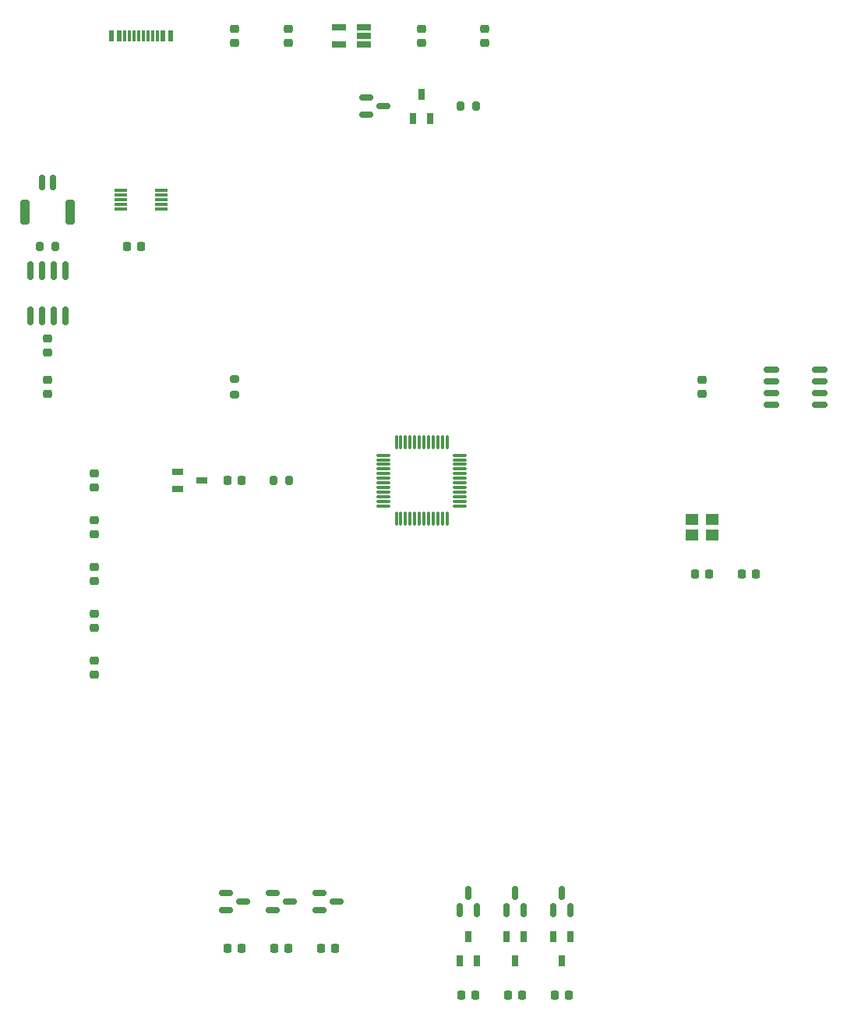
<source format=gbr>
%TF.GenerationSoftware,KiCad,Pcbnew,(6.0.7)*%
%TF.CreationDate,2022-10-07T16:54:50+08:00*%
%TF.ProjectId,__,5c1a2e6b-6963-4616-945f-706362585858,rev?*%
%TF.SameCoordinates,Original*%
%TF.FileFunction,Paste,Top*%
%TF.FilePolarity,Positive*%
%FSLAX46Y46*%
G04 Gerber Fmt 4.6, Leading zero omitted, Abs format (unit mm)*
G04 Created by KiCad (PCBNEW (6.0.7)) date 2022-10-07 16:54:50*
%MOMM*%
%LPD*%
G01*
G04 APERTURE LIST*
G04 Aperture macros list*
%AMRoundRect*
0 Rectangle with rounded corners*
0 $1 Rounding radius*
0 $2 $3 $4 $5 $6 $7 $8 $9 X,Y pos of 4 corners*
0 Add a 4 corners polygon primitive as box body*
4,1,4,$2,$3,$4,$5,$6,$7,$8,$9,$2,$3,0*
0 Add four circle primitives for the rounded corners*
1,1,$1+$1,$2,$3*
1,1,$1+$1,$4,$5*
1,1,$1+$1,$6,$7*
1,1,$1+$1,$8,$9*
0 Add four rect primitives between the rounded corners*
20,1,$1+$1,$2,$3,$4,$5,0*
20,1,$1+$1,$4,$5,$6,$7,0*
20,1,$1+$1,$6,$7,$8,$9,0*
20,1,$1+$1,$8,$9,$2,$3,0*%
G04 Aperture macros list end*
%ADD10RoundRect,0.150000X0.150000X-0.825000X0.150000X0.825000X-0.150000X0.825000X-0.150000X-0.825000X0*%
%ADD11RoundRect,0.225000X0.250000X-0.225000X0.250000X0.225000X-0.250000X0.225000X-0.250000X-0.225000X0*%
%ADD12RoundRect,0.200000X-0.200000X-0.275000X0.200000X-0.275000X0.200000X0.275000X-0.200000X0.275000X0*%
%ADD13R,1.560000X0.650000*%
%ADD14RoundRect,0.218750X0.218750X0.256250X-0.218750X0.256250X-0.218750X-0.256250X0.218750X-0.256250X0*%
%ADD15RoundRect,0.225000X0.225000X0.250000X-0.225000X0.250000X-0.225000X-0.250000X0.225000X-0.250000X0*%
%ADD16R,0.650000X1.220000*%
%ADD17R,0.600000X1.160000*%
%ADD18R,0.300000X1.160000*%
%ADD19RoundRect,0.200000X0.275000X-0.200000X0.275000X0.200000X-0.275000X0.200000X-0.275000X-0.200000X0*%
%ADD20RoundRect,0.150000X-0.587500X-0.150000X0.587500X-0.150000X0.587500X0.150000X-0.587500X0.150000X0*%
%ADD21R,1.400000X1.200000*%
%ADD22RoundRect,0.075000X0.662500X0.075000X-0.662500X0.075000X-0.662500X-0.075000X0.662500X-0.075000X0*%
%ADD23RoundRect,0.075000X0.075000X0.662500X-0.075000X0.662500X-0.075000X-0.662500X0.075000X-0.662500X0*%
%ADD24RoundRect,0.225000X-0.225000X-0.250000X0.225000X-0.250000X0.225000X0.250000X-0.225000X0.250000X0*%
%ADD25RoundRect,0.225000X-0.250000X0.225000X-0.250000X-0.225000X0.250000X-0.225000X0.250000X0.225000X0*%
%ADD26R,1.220000X0.650000*%
%ADD27R,1.400000X0.300000*%
%ADD28RoundRect,0.150000X-0.150000X-0.700000X0.150000X-0.700000X0.150000X0.700000X-0.150000X0.700000X0*%
%ADD29RoundRect,0.250000X-0.250000X-1.100000X0.250000X-1.100000X0.250000X1.100000X-0.250000X1.100000X0*%
%ADD30RoundRect,0.150000X0.150000X-0.587500X0.150000X0.587500X-0.150000X0.587500X-0.150000X-0.587500X0*%
%ADD31RoundRect,0.150000X-0.675000X-0.150000X0.675000X-0.150000X0.675000X0.150000X-0.675000X0.150000X0*%
G04 APERTURE END LIST*
D10*
%TO.C,U2*%
X104775000Y-58355000D03*
X106045000Y-58355000D03*
X107315000Y-58355000D03*
X108585000Y-58355000D03*
X108585000Y-53405000D03*
X107315000Y-53405000D03*
X106045000Y-53405000D03*
X104775000Y-53405000D03*
%TD*%
D11*
%TO.C,C9*%
X111760000Y-92215000D03*
X111760000Y-90665000D03*
%TD*%
D12*
%TO.C,R3*%
X105855000Y-50800000D03*
X107505000Y-50800000D03*
%TD*%
D13*
%TO.C,U1*%
X141050000Y-28890000D03*
X141050000Y-27940000D03*
X141050000Y-26990000D03*
X138350000Y-26990000D03*
X138350000Y-28890000D03*
%TD*%
D14*
%TO.C,D2*%
X132867500Y-127000000D03*
X131292500Y-127000000D03*
%TD*%
D15*
%TO.C,C14*%
X178575000Y-86360000D03*
X177025000Y-86360000D03*
%TD*%
D11*
%TO.C,C3*%
X147320000Y-28715000D03*
X147320000Y-27165000D03*
%TD*%
D16*
%TO.C,SW3*%
X158430000Y-125690000D03*
X156530000Y-125690000D03*
X157480000Y-128310000D03*
%TD*%
D17*
%TO.C,J1*%
X113640000Y-27970000D03*
X114440000Y-27970000D03*
D18*
X115590000Y-27970000D03*
X116590000Y-27970000D03*
X117090000Y-27970000D03*
X118090000Y-27970000D03*
D17*
X119240000Y-27970000D03*
X120040000Y-27970000D03*
X120040000Y-27970000D03*
X119240000Y-27970000D03*
D18*
X118590000Y-27970000D03*
X117590000Y-27970000D03*
X116090000Y-27970000D03*
X115090000Y-27970000D03*
D17*
X114440000Y-27970000D03*
X113640000Y-27970000D03*
%TD*%
D19*
%TO.C,R4*%
X127000000Y-66865000D03*
X127000000Y-65215000D03*
%TD*%
D20*
%TO.C,R10*%
X131142500Y-120970000D03*
X131142500Y-122870000D03*
X133017500Y-121920000D03*
%TD*%
D11*
%TO.C,C4*%
X154165000Y-28715000D03*
X154165000Y-27165000D03*
%TD*%
D20*
%TO.C,R1*%
X141302500Y-34610000D03*
X141302500Y-36510000D03*
X143177500Y-35560000D03*
%TD*%
D11*
%TO.C,C11*%
X111760000Y-82055000D03*
X111760000Y-80505000D03*
%TD*%
D21*
%TO.C,Y1*%
X178900000Y-80430000D03*
X176700000Y-80430000D03*
X176700000Y-82130000D03*
X178900000Y-82130000D03*
%TD*%
D14*
%TO.C,D3*%
X137947500Y-127000000D03*
X136372500Y-127000000D03*
%TD*%
D15*
%TO.C,C16*%
X153175000Y-132080000D03*
X151625000Y-132080000D03*
%TD*%
D22*
%TO.C,U4*%
X151482500Y-78950000D03*
X151482500Y-78450000D03*
X151482500Y-77950000D03*
X151482500Y-77450000D03*
X151482500Y-76950000D03*
X151482500Y-76450000D03*
X151482500Y-75950000D03*
X151482500Y-75450000D03*
X151482500Y-74950000D03*
X151482500Y-74450000D03*
X151482500Y-73950000D03*
X151482500Y-73450000D03*
D23*
X150070000Y-72037500D03*
X149570000Y-72037500D03*
X149070000Y-72037500D03*
X148570000Y-72037500D03*
X148070000Y-72037500D03*
X147570000Y-72037500D03*
X147070000Y-72037500D03*
X146570000Y-72037500D03*
X146070000Y-72037500D03*
X145570000Y-72037500D03*
X145070000Y-72037500D03*
X144570000Y-72037500D03*
D22*
X143157500Y-73450000D03*
X143157500Y-73950000D03*
X143157500Y-74450000D03*
X143157500Y-74950000D03*
X143157500Y-75450000D03*
X143157500Y-75950000D03*
X143157500Y-76450000D03*
X143157500Y-76950000D03*
X143157500Y-77450000D03*
X143157500Y-77950000D03*
X143157500Y-78450000D03*
X143157500Y-78950000D03*
D23*
X144570000Y-80362500D03*
X145070000Y-80362500D03*
X145570000Y-80362500D03*
X146070000Y-80362500D03*
X146570000Y-80362500D03*
X147070000Y-80362500D03*
X147570000Y-80362500D03*
X148070000Y-80362500D03*
X148570000Y-80362500D03*
X149070000Y-80362500D03*
X149570000Y-80362500D03*
X150070000Y-80362500D03*
%TD*%
D24*
%TO.C,C17*%
X156705000Y-132080000D03*
X158255000Y-132080000D03*
%TD*%
%TO.C,C13*%
X126225000Y-76200000D03*
X127775000Y-76200000D03*
%TD*%
D25*
%TO.C,C2*%
X132855000Y-27165000D03*
X132855000Y-28715000D03*
%TD*%
D11*
%TO.C,C8*%
X111760000Y-97295000D03*
X111760000Y-95745000D03*
%TD*%
D25*
%TO.C,C5*%
X106680000Y-60747320D03*
X106680000Y-62297320D03*
%TD*%
D16*
%TO.C,Q1*%
X146370000Y-36870000D03*
X148270000Y-36870000D03*
X147320000Y-34250000D03*
%TD*%
%TO.C,SW4*%
X163510000Y-125690000D03*
X161610000Y-125690000D03*
X162560000Y-128310000D03*
%TD*%
D26*
%TO.C,SW1*%
X120824000Y-75250000D03*
X120824000Y-77150000D03*
X123444000Y-76200000D03*
%TD*%
D16*
%TO.C,SW2*%
X151450000Y-128310000D03*
X153350000Y-128310000D03*
X152400000Y-125690000D03*
%TD*%
D25*
%TO.C,C12*%
X111760000Y-75425000D03*
X111760000Y-76975000D03*
%TD*%
D27*
%TO.C,U3*%
X114640000Y-44720000D03*
X114640000Y-45220000D03*
X114640000Y-45720000D03*
X114640000Y-46220000D03*
X114640000Y-46720000D03*
X119040000Y-46720000D03*
X119040000Y-46220000D03*
X119040000Y-45720000D03*
X119040000Y-45220000D03*
X119040000Y-44720000D03*
%TD*%
D28*
%TO.C,J3*%
X106055000Y-43870000D03*
X107305000Y-43870000D03*
D29*
X104205000Y-47070000D03*
X109155000Y-47070000D03*
%TD*%
D11*
%TO.C,C10*%
X111760000Y-87135000D03*
X111760000Y-85585000D03*
%TD*%
D30*
%TO.C,R7*%
X156530000Y-122857500D03*
X158430000Y-122857500D03*
X157480000Y-120982500D03*
%TD*%
D25*
%TO.C,C1*%
X127000000Y-27165000D03*
X127000000Y-28715000D03*
%TD*%
D31*
%TO.C,U5*%
X185320000Y-64135000D03*
X185320000Y-65405000D03*
X185320000Y-66675000D03*
X185320000Y-67945000D03*
X190570000Y-67945000D03*
X190570000Y-66675000D03*
X190570000Y-65405000D03*
X190570000Y-64135000D03*
%TD*%
D30*
%TO.C,R6*%
X151450000Y-122857500D03*
X153350000Y-122857500D03*
X152400000Y-120982500D03*
%TD*%
D24*
%TO.C,C18*%
X161785000Y-132080000D03*
X163335000Y-132080000D03*
%TD*%
%TO.C,C15*%
X182105000Y-86360000D03*
X183655000Y-86360000D03*
%TD*%
D11*
%TO.C,C19*%
X177785000Y-66815000D03*
X177785000Y-65265000D03*
%TD*%
D12*
%TO.C,R5*%
X131255000Y-76200000D03*
X132905000Y-76200000D03*
%TD*%
D25*
%TO.C,C6*%
X106680000Y-65265000D03*
X106680000Y-66815000D03*
%TD*%
D15*
%TO.C,C7*%
X116840000Y-50800000D03*
X115290000Y-50800000D03*
%TD*%
D20*
%TO.C,R9*%
X126062500Y-120970000D03*
X126062500Y-122870000D03*
X127937500Y-121920000D03*
%TD*%
D12*
%TO.C,R2*%
X151575000Y-35560000D03*
X153225000Y-35560000D03*
%TD*%
D30*
%TO.C,R8*%
X161610000Y-122857500D03*
X163510000Y-122857500D03*
X162560000Y-120982500D03*
%TD*%
D20*
%TO.C,R11*%
X136222500Y-120970000D03*
X136222500Y-122870000D03*
X138097500Y-121920000D03*
%TD*%
D14*
%TO.C,D1*%
X127787500Y-127000000D03*
X126212500Y-127000000D03*
%TD*%
M02*

</source>
